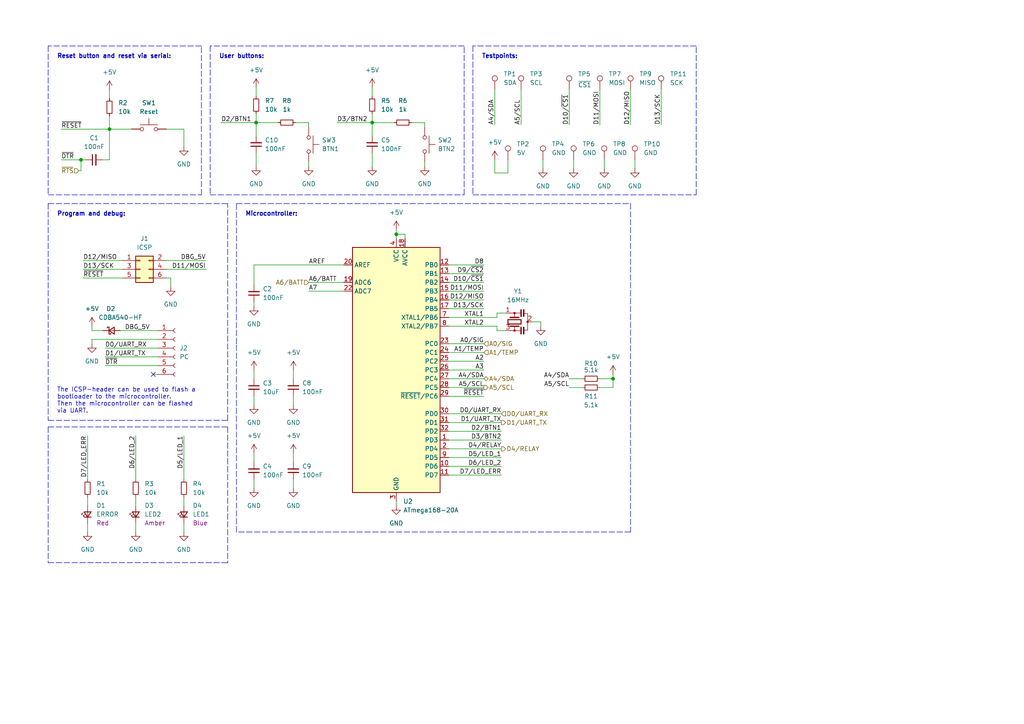
<source format=kicad_sch>
(kicad_sch (version 20231120) (generator "eeschema") (generator_version "8.0")
  (paper "A4")
  (title_block (title "LMM Retrofit") (date "2022-05-08") (rev "1") (company "Hans Wilhelm Zeuschner") (comment 1 "Zweitprüfer: Ewald Zimmermann B. Eng.") (comment 2 "Betreuer: Prof. Dr. Carsten Koch") (comment 3 "Hochschule Emden Leer") (comment 4 "Bacheloarbeit SoSe 2022"))
  (lib_symbols
    (symbol "Connector:Conn_01x06_Female" (pin_names (offset 1.016) hide)
      (property "Reference" "J" (at 0 7.62 0))
      (property "Value" "Conn_01x06_Female" (at 0 -10.16 0))
      (symbol "Conn_01x06_Female_1_1"
        (arc (start 0 -7.112) (mid -0.5058 -7.62) (end 0 -8.128) (stroke (width 0.1524)))
        (arc (start 0 -4.572) (mid -0.5058 -5.08) (end 0 -5.588) (stroke (width 0.1524)))
        (arc (start 0 -2.032) (mid -0.5058 -2.54) (end 0 -3.048) (stroke (width 0.1524)))
        (polyline (pts (xy -1.27 -7.62) (xy -0.508 -7.62)) (stroke (width 0.1524)))
        (polyline (pts (xy -1.27 -5.08) (xy -0.508 -5.08)) (stroke (width 0.1524)))
        (polyline (pts (xy -1.27 -2.54) (xy -0.508 -2.54)) (stroke (width 0.1524)))
        (polyline (pts (xy -1.27 0) (xy -0.508 0)) (stroke (width 0.1524)))
        (polyline (pts (xy -1.27 2.54) (xy -0.508 2.54)) (stroke (width 0.1524)))
        (polyline (pts (xy -1.27 5.08) (xy -0.508 5.08)) (stroke (width 0.1524)))
        (arc (start 0 0.508) (mid -0.5058 0) (end 0 -0.508) (stroke (width 0.1524)))
        (arc (start 0 3.048) (mid -0.5058 2.54) (end 0 2.032) (stroke (width 0.1524)))
        (arc (start 0 5.588) (mid -0.5058 5.08) (end 0 4.572) (stroke (width 0.1524)))
        (pin passive line (at -5.08 5.08 0) (length 3.81) (name "Pin_1") (number "1"))
        (pin passive line (at -5.08 2.54 0) (length 3.81) (name "Pin_2") (number "2"))
        (pin passive line (at -5.08 0 0) (length 3.81) (name "Pin_3") (number "3"))
        (pin passive line (at -5.08 -2.54 0) (length 3.81) (name "Pin_4") (number "4"))
        (pin passive line (at -5.08 -5.08 0) (length 3.81) (name "Pin_5") (number "5"))
        (pin passive line (at -5.08 -7.62 0) (length 3.81) (name "Pin_6") (number "6"))
      )
    )
    (symbol "Connector:TestPoint" (pin_numbers hide) (pin_names (offset 0.762) hide)
      (property "Reference" "TP" (at 0 6.858 0))
      (property "Value" "TestPoint" (at 0 5.08 0))
      (symbol "TestPoint_0_1"
        (circle (center 0 3.302) (radius 0.762))
      )
      (symbol "TestPoint_1_1"
        (pin passive line (at 0 0 90) (length 2.54) (name "1") (number "1"))
      )
    )
    (symbol "Connector_Generic:Conn_02x03_Odd_Even" (pin_names (offset 1.016) hide)
      (property "Reference" "J" (at 1.27 5.08 0))
      (property "Value" "Conn_02x03_Odd_Even" (at 1.27 -5.08 0))
      (symbol "Conn_02x03_Odd_Even_1_1"
        (rectangle (start -1.27 -2.413) (end 0 -2.667) (stroke (width 0.1524)))
        (rectangle (start -1.27 0.127) (end 0 -0.127) (stroke (width 0.1524)))
        (rectangle (start -1.27 2.667) (end 0 2.413) (stroke (width 0.1524)))
        (rectangle (start -1.27 3.81) (end 3.81 -3.81) (stroke (width 0.254)) (fill (type background)))
        (rectangle (start 3.81 -2.413) (end 2.54 -2.667) (stroke (width 0.1524)))
        (rectangle (start 3.81 0.127) (end 2.54 -0.127) (stroke (width 0.1524)))
        (rectangle (start 3.81 2.667) (end 2.54 2.413) (stroke (width 0.1524)))
        (pin passive line (at -5.08 2.54 0) (length 3.81) (name "Pin_1") (number "1"))
        (pin passive line (at 7.62 2.54 180) (length 3.81) (name "Pin_2") (number "2"))
        (pin passive line (at -5.08 0 0) (length 3.81) (name "Pin_3") (number "3"))
        (pin passive line (at 7.62 0 180) (length 3.81) (name "Pin_4") (number "4"))
        (pin passive line (at -5.08 -2.54 0) (length 3.81) (name "Pin_5") (number "5"))
        (pin passive line (at 7.62 -2.54 180) (length 3.81) (name "Pin_6") (number "6"))
      )
    )
    (symbol "Device:C_Small" (pin_numbers hide) (pin_names (offset 0.254) hide)
      (property "Reference" "C" (at 0.254 1.778 0))
      (property "Value" "C_Small" (at 0.254 -2.032 0))
      (symbol "C_Small_0_1"
        (polyline (pts (xy -1.524 -0.508) (xy 1.524 -0.508)) (stroke (width 0.3302)))
        (polyline (pts (xy -1.524 0.508) (xy 1.524 0.508)) (stroke (width 0.3048)))
      )
      (symbol "C_Small_1_1"
        (pin passive line (at 0 2.54 270) (length 2.032) (name "~") (number "1"))
        (pin passive line (at 0 -2.54 90) (length 2.032) (name "~") (number "2"))
      )
    )
    (symbol "Device:D_Schottky_Small" (pin_numbers hide) (pin_names (offset 0.254) hide)
      (property "Reference" "D" (at -1.27 2.032 0))
      (property "Value" "D_Schottky_Small" (at -7.112 -2.032 0))
      (symbol "D_Schottky_Small_0_1"
        (polyline (pts (xy -0.762 0) (xy 0.762 0)))
        (polyline (pts (xy 0.762 -1.016) (xy -0.762 0) (xy 0.762 1.016) (xy 0.762 -1.016)) (stroke (width 0.254)))
        (polyline (pts (xy -1.27 0.762) (xy -1.27 1.016) (xy -0.762 1.016) (xy -0.762 -1.016) (xy -0.254 -1.016) (xy -0.254 -0.762)) (stroke (width 0.254)))
      )
      (symbol "D_Schottky_Small_1_1"
        (pin passive line (at -2.54 0 0) (length 1.778) (name "K") (number "1"))
        (pin passive line (at 2.54 0 180) (length 1.778) (name "A") (number "2"))
      )
    )
    (symbol "Device:LED_Small" (pin_numbers hide) (pin_names (offset 0.254) hide)
      (property "Reference" "D" (at -1.27 3.175 0))
      (property "Value" "LED_Small" (at -4.445 -2.54 0))
      (symbol "LED_Small_0_1"
        (polyline (pts (xy -0.762 -1.016) (xy -0.762 1.016)) (stroke (width 0.254)))
        (polyline (pts (xy 1.016 0) (xy -0.762 0)))
        (polyline (pts (xy 0.762 -1.016) (xy -0.762 0) (xy 0.762 1.016) (xy 0.762 -1.016)) (stroke (width 0.254)))
        (polyline (pts (xy 0 0.762) (xy -0.508 1.27) (xy -0.254 1.27) (xy -0.508 1.27) (xy -0.508 1.016)))
        (polyline (pts (xy 0.508 1.27) (xy 0 1.778) (xy 0.254 1.778) (xy 0 1.778) (xy 0 1.524)))
      )
      (symbol "LED_Small_1_1"
        (pin passive line (at -2.54 0 0) (length 1.778) (name "K") (number "1"))
        (pin passive line (at 2.54 0 180) (length 1.778) (name "A") (number "2"))
      )
    )
    (symbol "Device:R_Small" (pin_numbers hide) (pin_names (offset 0.254) hide)
      (property "Reference" "R" (at 0.762 0.508 0))
      (property "Value" "R_Small" (at 0.762 -1.016 0))
      (symbol "R_Small_0_1"
        (rectangle (start -0.762 1.778) (end 0.762 -1.778) (stroke (width 0.2032)))
      )
      (symbol "R_Small_1_1"
        (pin passive line (at 0 2.54 270) (length 0.762) (name "~") (number "1"))
        (pin passive line (at 0 -2.54 90) (length 0.762) (name "~") (number "2"))
      )
    )
    (symbol "Device:Resonator_Small" (pin_names (offset 1.016) hide)
      (property "Reference" "Y" (at 3.175 1.905 0))
      (property "Value" "Resonator_Small" (at 3.175 0 0))
      (symbol "Resonator_Small_0_1"
        (rectangle (start -3.556 -2.54) (end -1.524 -2.794) (fill (type outline)))
        (rectangle (start -3.556 -1.778) (end -1.524 -2.032) (fill (type outline)))
        (circle (center -2.54 0) (radius 0.254) (fill (type outline)))
        (rectangle (start -0.635 1.905) (end 0.635 -1.905) (stroke (width 0.3048)))
        (circle (center 0 -3.81) (radius 0.254) (fill (type outline)))
        (polyline (pts (xy -2.54 -1.778) (xy -2.54 0)))
        (polyline (pts (xy -2.54 0) (xy -1.397 0)))
        (polyline (pts (xy -2.54 1.27) (xy -2.54 0)))
        (polyline (pts (xy -1.27 -1.27) (xy -1.27 1.27)) (stroke (width 0.381)))
        (polyline (pts (xy 1.27 -1.27) (xy 1.27 1.27)) (stroke (width 0.381)))
        (polyline (pts (xy 1.27 0) (xy 2.54 0)))
        (polyline (pts (xy 2.54 0) (xy 2.54 -1.778)))
        (polyline (pts (xy 2.54 1.27) (xy 2.54 0)))
        (polyline (pts (xy 2.413 -2.794) (xy 2.413 -3.81) (xy -2.413 -3.81) (xy -2.413 -2.667)))
        (rectangle (start 1.524 -2.54) (end 3.556 -2.794) (fill (type outline)))
        (rectangle (start 1.524 -1.778) (end 3.556 -2.032) (fill (type outline)))
        (circle (center 2.54 0) (radius 0.254) (fill (type outline)))
      )
      (symbol "Resonator_Small_1_1"
        (pin passive line (at -2.54 2.54 270) (length 1.27) (name "1") (number "1"))
        (pin passive line (at 0 -5.08 90) (length 1.27) (name "2") (number "2"))
        (pin passive line (at 2.54 2.54 270) (length 1.27) (name "3") (number "3"))
      )
    )
    (symbol "MCU_Microchip_ATmega:ATmega168-20A"
      (property "Reference" "U" (at -12.7 36.83 0))
      (property "Value" "ATmega168-20A" (at 2.54 -36.83 0))
      (symbol "ATmega168-20A_0_1"
        (rectangle (start -12.7 -35.56) (end 12.7 35.56) (stroke (width 0.254)) (fill (type background)))
      )
      (symbol "ATmega168-20A_1_1"
        (pin bidirectional line (at 15.24 -20.32 180) (length 2.54) (name "PD3") (number "1"))
        (pin bidirectional line (at 15.24 -27.94 180) (length 2.54) (name "PD6") (number "10"))
        (pin bidirectional line (at 15.24 -30.48 180) (length 2.54) (name "PD7") (number "11"))
        (pin bidirectional line (at 15.24 30.48 180) (length 2.54) (name "PB0") (number "12"))
        (pin bidirectional line (at 15.24 27.94 180) (length 2.54) (name "PB1") (number "13"))
        (pin bidirectional line (at 15.24 25.4 180) (length 2.54) (name "PB2") (number "14"))
        (pin bidirectional line (at 15.24 22.86 180) (length 2.54) (name "PB3") (number "15"))
        (pin bidirectional line (at 15.24 20.32 180) (length 2.54) (name "PB4") (number "16"))
        (pin bidirectional line (at 15.24 17.78 180) (length 2.54) (name "PB5") (number "17"))
        (pin power_in line (at 2.54 38.1 270) (length 2.54) (name "AVCC") (number "18"))
        (pin input line (at -15.24 25.4 0) (length 2.54) (name "ADC6") (number "19"))
        (pin bidirectional line (at 15.24 -22.86 180) (length 2.54) (name "PD4") (number "2"))
        (pin passive line (at -15.24 30.48 0) (length 2.54) (name "AREF") (number "20"))
        (pin passive line (at 0 -38.1 90) (length 2.54) hide (name "GND") (number "21"))
        (pin input line (at -15.24 22.86 0) (length 2.54) (name "ADC7") (number "22"))
        (pin bidirectional line (at 15.24 7.62 180) (length 2.54) (name "PC0") (number "23"))
        (pin bidirectional line (at 15.24 5.08 180) (length 2.54) (name "PC1") (number "24"))
        (pin bidirectional line (at 15.24 2.54 180) (length 2.54) (name "PC2") (number "25"))
        (pin bidirectional line (at 15.24 0 180) (length 2.54) (name "PC3") (number "26"))
        (pin bidirectional line (at 15.24 -2.54 180) (length 2.54) (name "PC4") (number "27"))
        (pin bidirectional line (at 15.24 -5.08 180) (length 2.54) (name "PC5") (number "28"))
        (pin bidirectional line (at 15.24 -7.62 180) (length 2.54) (name "~{RESET}/PC6") (number "29"))
        (pin power_in line (at 0 -38.1 90) (length 2.54) (name "GND") (number "3"))
        (pin bidirectional line (at 15.24 -12.7 180) (length 2.54) (name "PD0") (number "30"))
        (pin bidirectional line (at 15.24 -15.24 180) (length 2.54) (name "PD1") (number "31"))
        (pin bidirectional line (at 15.24 -17.78 180) (length 2.54) (name "PD2") (number "32"))
        (pin power_in line (at 0 38.1 270) (length 2.54) (name "VCC") (number "4"))
        (pin passive line (at 0 -38.1 90) (length 2.54) hide (name "GND") (number "5"))
        (pin passive line (at 0 38.1 270) (length 2.54) hide (name "VCC") (number "6"))
        (pin bidirectional line (at 15.24 15.24 180) (length 2.54) (name "XTAL1/PB6") (number "7"))
        (pin bidirectional line (at 15.24 12.7 180) (length 2.54) (name "XTAL2/PB7") (number "8"))
        (pin bidirectional line (at 15.24 -25.4 180) (length 2.54) (name "PD5") (number "9"))
      )
    )
    (symbol "Switch:SW_Push" (pin_numbers hide) (pin_names (offset 1.016) hide)
      (property "Reference" "SW" (at 1.27 2.54 0))
      (property "Value" "SW_Push" (at 0 -1.524 0))
      (symbol "SW_Push_0_1"
        (circle (center -2.032 0) (radius 0.508))
        (polyline (pts (xy 0 1.27) (xy 0 3.048)))
        (polyline (pts (xy 2.54 1.27) (xy -2.54 1.27)))
        (circle (center 2.032 0) (radius 0.508))
        (pin passive line (at -5.08 0 0) (length 2.54) (name "1") (number "1"))
        (pin passive line (at 5.08 0 180) (length 2.54) (name "2") (number "2"))
      )
    )
    (symbol "lmm_retrofit:CKN12216-1-ND" (pin_numbers hide) (pin_names (offset 1.016) hide)
      (property "Reference" "SW" (at 1.27 2.54 0))
      (property "Value" "CKN12216-1-ND" (at 0 -1.524 0))
      (symbol "CKN12216-1-ND_0_0"
        (pin passive line (at 5.08 0 180) (length 2.54) (name "3") (number "3"))
        (pin passive line (at 5.08 0 180) (length 2.54) (name "4") (number "4"))
      )
      (symbol "CKN12216-1-ND_0_1"
        (circle (center -2.032 0) (radius 0.508))
        (polyline (pts (xy 0 1.27) (xy 0 3.048)))
        (polyline (pts (xy 2.54 1.27) (xy -2.54 1.27)))
        (circle (center 2.032 0) (radius 0.508))
        (pin passive line (at -5.08 0 0) (length 2.54) (name "1") (number "1"))
        (pin passive line (at -5.08 0 0) (length 2.54) (name "2") (number "2"))
      )
    )
    (symbol "power:+5V" (power) (pin_names (offset 0))
      (property "Value" "+5V" (at 0 3.556 0))
      (symbol "+5V_0_1"
        (polyline (pts (xy -0.762 1.27) (xy 0 2.54)))
        (polyline (pts (xy 0 0) (xy 0 2.54)))
        (polyline (pts (xy 0 2.54) (xy 0.762 1.27)))
      )
      (symbol "+5V_1_1"
        (pin power_in line (at 0 0 90) (length 0) hide (name "+5V") (number "1"))
      )
    )
    (symbol "power:GND" (power) (pin_names (offset 0))
      (property "Value" "GND" (at 0 -3.81 0))
      (symbol "GND_0_1"
        (polyline (pts (xy 0 0) (xy 0 -1.27) (xy 1.27 -1.27) (xy 0 -2.54) (xy -1.27 -1.27) (xy 0 -1.27)))
      )
      (symbol "GND_1_1"
        (pin power_in line (at 0 0 270) (length 0) hide (name "GND") (number "1"))
      )
    )
  )
  (junction (at 74.295 35.56))
  (junction (at 31.75 37.465))
  (junction (at 114.935 67.945))
  (junction (at 23.495 46.355))
  (junction (at 107.95 35.56))
  (junction (at 177.8 109.855))
  (no_connect (at 44.45 108.585))
  (wire (pts (xy 173.99 112.395) (xy 177.8 112.395)))
  (wire (pts (xy 143.51 46.355) (xy 143.51 50.165)))
  (wire (pts (xy 31.75 37.465) (xy 38.1 37.465)))
  (wire (pts (xy 26.67 99.695) (xy 26.67 98.425)))
  (wire (pts (xy 147.32 50.165) (xy 143.51 50.165)))
  (wire (pts (xy 89.535 46.99) (xy 89.535 48.26)))
  (wire (pts (xy 30.48 100.965) (xy 45.72 100.965)))
  (wire (pts (xy 130.175 76.835) (xy 140.335 76.835)))
  (wire (pts (xy 74.295 35.56) (xy 80.645 35.56)))
  (wire (pts (xy 144.145 95.885) (xy 146.685 95.885)))
  (polyline (pts (xy 68.58 59.055) (xy 182.88 59.055)) (stroke (width 0) (type dash)))
  (polyline (pts (xy 58.42 13.335) (xy 13.97 13.335)) (stroke (width 0) (type dash)))
  (wire (pts (xy 26.67 98.425) (xy 45.72 98.425)))
  (wire (pts (xy 53.34 37.465) (xy 53.34 42.545)))
  (polyline (pts (xy 137.16 56.515) (xy 201.93 56.515)) (stroke (width 0) (type dash)))
  (wire (pts (xy 30.48 103.505) (xy 45.72 103.505)))
  (polyline (pts (xy 201.93 56.515) (xy 201.93 13.335)) (stroke (width 0) (type dash)))
  (wire (pts (xy 74.295 25.4) (xy 74.295 27.94)))
  (wire (pts (xy 130.175 125.095) (xy 145.415 125.095)))
  (wire (pts (xy 114.935 66.675) (xy 114.935 67.945)))
  (wire (pts (xy 53.34 126.365) (xy 53.34 139.065)))
  (wire (pts (xy 39.37 126.365) (xy 39.37 139.065)))
  (wire (pts (xy 130.175 92.075) (xy 144.145 92.075)))
  (wire (pts (xy 123.19 35.56) (xy 123.19 36.83)))
  (wire (pts (xy 48.26 80.645) (xy 49.53 80.645)))
  (wire (pts (xy 17.78 37.465) (xy 31.75 37.465)))
  (wire (pts (xy 97.79 35.56) (xy 107.95 35.56)))
  (wire (pts (xy 29.845 46.355) (xy 31.75 46.355)))
  (polyline (pts (xy 66.04 123.825) (xy 66.04 163.195)) (stroke (width 0) (type dash)))
  (polyline (pts (xy 201.93 13.335) (xy 137.16 13.335)) (stroke (width 0) (type dash)))
  (wire (pts (xy 165.1 112.395) (xy 168.91 112.395)))
  (wire (pts (xy 130.175 130.175) (xy 145.415 130.175)))
  (wire (pts (xy 165.1 26.035) (xy 165.1 36.195)))
  (wire (pts (xy 73.66 131.445) (xy 73.66 133.985)))
  (wire (pts (xy 44.45 108.585) (xy 45.72 108.585)))
  (wire (pts (xy 130.175 99.695) (xy 140.335 99.695)))
  (polyline (pts (xy 13.97 59.055) (xy 13.97 121.92)) (stroke (width 0) (type dash)))
  (polyline (pts (xy 134.62 13.335) (xy 60.96 13.335)) (stroke (width 0) (type dash)))
  (wire (pts (xy 130.175 107.315) (xy 140.335 107.315)))
  (wire (pts (xy 26.67 95.885) (xy 29.845 95.885)))
  (wire (pts (xy 85.09 114.935) (xy 85.09 117.475)))
  (wire (pts (xy 85.725 35.56) (xy 89.535 35.56)))
  (wire (pts (xy 53.34 151.765) (xy 53.34 154.305)))
  (wire (pts (xy 184.15 46.355) (xy 184.15 48.895)))
  (wire (pts (xy 73.66 107.315) (xy 73.66 109.855)))
  (wire (pts (xy 144.145 95.885) (xy 144.145 94.615)))
  (wire (pts (xy 73.66 87.63) (xy 73.66 88.9)))
  (wire (pts (xy 85.09 139.065) (xy 85.09 141.605)))
  (wire (pts (xy 73.66 139.065) (xy 73.66 141.605)))
  (wire (pts (xy 114.935 67.945) (xy 114.935 69.215)))
  (polyline (pts (xy 60.96 13.335) (xy 60.96 56.515)) (stroke (width 0) (type dash)))
  (wire (pts (xy 17.78 46.355) (xy 23.495 46.355)))
  (wire (pts (xy 144.145 90.805) (xy 146.685 90.805)))
  (wire (pts (xy 147.32 46.355) (xy 147.32 50.165)))
  (wire (pts (xy 130.175 89.535) (xy 140.335 89.535)))
  (polyline (pts (xy 68.58 99.695) (xy 68.58 59.055)) (stroke (width 0) (type dash)))
  (wire (pts (xy 114.935 145.415) (xy 114.935 146.685)))
  (wire (pts (xy 130.175 104.775) (xy 140.335 104.775)))
  (polyline (pts (xy 13.97 121.92) (xy 66.04 121.92)) (stroke (width 0) (type dash)))
  (polyline (pts (xy 13.97 59.055) (xy 66.04 59.055)) (stroke (width 0) (type dash)))
  (wire (pts (xy 107.95 35.56) (xy 114.3 35.56)))
  (wire (pts (xy 165.1 109.855) (xy 168.91 109.855)))
  (polyline (pts (xy 68.58 154.305) (xy 68.58 99.695)) (stroke (width 0) (type dash)))
  (wire (pts (xy 166.37 46.355) (xy 166.37 48.895)))
  (wire (pts (xy 130.175 94.615) (xy 144.145 94.615)))
  (wire (pts (xy 157.48 46.355) (xy 157.48 48.895)))
  (polyline (pts (xy 13.97 123.825) (xy 13.97 163.195)) (stroke (width 0) (type dash)))
  (wire (pts (xy 191.77 26.035) (xy 191.77 36.195)))
  (wire (pts (xy 99.695 81.915) (xy 89.535 81.915)))
  (wire (pts (xy 156.845 93.345) (xy 156.845 94.615)))
  (wire (pts (xy 151.13 26.035) (xy 151.13 36.195)))
  (wire (pts (xy 25.4 151.765) (xy 25.4 154.305)))
  (wire (pts (xy 74.295 35.56) (xy 74.295 39.37)))
  (wire (pts (xy 130.175 127.635) (xy 145.415 127.635)))
  (polyline (pts (xy 13.97 123.825) (xy 66.04 123.825)) (stroke (width 0) (type dash)))
  (wire (pts (xy 107.95 44.45) (xy 107.95 48.26)))
  (wire (pts (xy 39.37 151.765) (xy 39.37 154.305)))
  (wire (pts (xy 154.305 93.345) (xy 156.845 93.345)))
  (wire (pts (xy 130.175 137.795) (xy 145.415 137.795)))
  (wire (pts (xy 114.935 67.945) (xy 117.475 67.945)))
  (wire (pts (xy 177.8 108.585) (xy 177.8 109.855)))
  (wire (pts (xy 48.26 75.565) (xy 59.69 75.565)))
  (wire (pts (xy 85.09 131.445) (xy 85.09 133.985)))
  (wire (pts (xy 130.175 135.255) (xy 145.415 135.255)))
  (polyline (pts (xy 13.97 163.195) (xy 66.04 163.195)) (stroke (width 0) (type dash)))
  (wire (pts (xy 24.13 75.565) (xy 35.56 75.565)))
  (wire (pts (xy 26.67 94.615) (xy 26.67 95.885)))
  (wire (pts (xy 182.88 26.035) (xy 182.88 36.195)))
  (wire (pts (xy 85.09 107.315) (xy 85.09 109.855)))
  (wire (pts (xy 25.4 126.365) (xy 25.4 139.065)))
  (wire (pts (xy 31.75 26.035) (xy 31.75 28.575)))
  (wire (pts (xy 48.26 37.465) (xy 53.34 37.465)))
  (wire (pts (xy 130.175 86.995) (xy 140.335 86.995)))
  (wire (pts (xy 74.295 33.02) (xy 74.295 35.56)))
  (wire (pts (xy 73.66 76.835) (xy 99.695 76.835)))
  (wire (pts (xy 22.86 49.53) (xy 23.495 49.53)))
  (wire (pts (xy 23.495 49.53) (xy 23.495 46.355)))
  (polyline (pts (xy 66.04 121.92) (xy 66.04 59.055)) (stroke (width 0) (type dash)))
  (polyline (pts (xy 68.58 99.695) (xy 68.58 99.695)) (stroke (width 0) (type dash)))
  (wire (pts (xy 107.95 25.4) (xy 107.95 27.94)))
  (wire (pts (xy 34.925 95.885) (xy 45.72 95.885)))
  (wire (pts (xy 130.175 81.915) (xy 140.335 81.915)))
  (wire (pts (xy 107.95 35.56) (xy 107.95 39.37)))
  (wire (pts (xy 117.475 69.215) (xy 117.475 67.945)))
  (wire (pts (xy 130.175 102.235) (xy 140.335 102.235)))
  (polyline (pts (xy 137.16 13.335) (xy 137.16 56.515)) (stroke (width 0) (type dash)))
  (wire (pts (xy 119.38 35.56) (xy 123.19 35.56)))
  (wire (pts (xy 53.34 144.145) (xy 53.34 146.685)))
  (wire (pts (xy 24.13 80.645) (xy 35.56 80.645)))
  (wire (pts (xy 23.495 46.355) (xy 24.765 46.355)))
  (polyline (pts (xy 13.97 13.335) (xy 13.97 56.515)) (stroke (width 0) (type dash)))
  (wire (pts (xy 99.695 84.455) (xy 89.535 84.455)))
  (wire (pts (xy 130.175 109.855) (xy 140.335 109.855)))
  (polyline (pts (xy 134.62 56.515) (xy 134.62 13.335)) (stroke (width 0) (type dash)))
  (wire (pts (xy 130.175 112.395) (xy 140.335 112.395)))
  (wire (pts (xy 175.26 46.355) (xy 175.26 48.895)))
  (polyline (pts (xy 60.96 56.515) (xy 134.62 56.515)) (stroke (width 0) (type dash)))
  (wire (pts (xy 73.66 76.835) (xy 73.66 82.55)))
  (wire (pts (xy 89.535 35.56) (xy 89.535 36.83)))
  (polyline (pts (xy 182.88 59.055) (xy 182.88 154.305)) (stroke (width 0) (type dash)))
  (wire (pts (xy 31.75 46.355) (xy 31.75 37.465)))
  (wire (pts (xy 64.135 35.56) (xy 74.295 35.56)))
  (wire (pts (xy 143.51 26.035) (xy 143.51 36.195)))
  (wire (pts (xy 48.26 78.105) (xy 59.69 78.105)))
  (wire (pts (xy 24.13 78.105) (xy 35.56 78.105)))
  (wire (pts (xy 177.8 112.395) (xy 177.8 109.855)))
  (polyline (pts (xy 182.88 154.305) (xy 68.58 154.305)) (stroke (width 0) (type dash)))
  (polyline (pts (xy 13.97 56.515) (xy 58.42 56.515)) (stroke (width 0) (type dash)))
  (wire (pts (xy 74.295 44.45) (xy 74.295 48.26)))
  (wire (pts (xy 130.175 132.715) (xy 145.415 132.715)))
  (wire (pts (xy 107.95 33.02) (xy 107.95 35.56)))
  (wire (pts (xy 130.175 114.935) (xy 140.335 114.935)))
  (polyline (pts (xy 58.42 56.515) (xy 58.42 13.335)) (stroke (width 0) (type dash)))
  (wire (pts (xy 49.53 80.645) (xy 49.53 83.185)))
  (wire (pts (xy 39.37 144.145) (xy 39.37 146.685)))
  (wire (pts (xy 173.99 26.035) (xy 173.99 36.195)))
  (wire (pts (xy 30.48 106.045) (xy 45.72 106.045)))
  (wire (pts (xy 130.175 79.375) (xy 140.335 79.375)))
  (wire (pts (xy 25.4 144.145) (xy 25.4 146.685)))
  (wire (pts (xy 130.175 84.455) (xy 140.335 84.455)))
  (wire (pts (xy 73.66 114.935) (xy 73.66 117.475)))
  (wire (pts (xy 123.19 46.99) (xy 123.19 48.26)))
  (wire (pts (xy 130.175 120.015) (xy 145.415 120.015)))
  (wire (pts (xy 177.8 109.855) (xy 173.99 109.855)))
  (wire (pts (xy 130.175 122.555) (xy 145.415 122.555)))
  (wire (pts (xy 144.145 90.805) (xy 144.145 92.075)))
  (wire (pts (xy 31.75 33.655) (xy 31.75 37.465)))
  (text "Reset button and reset via serial:" (at 16.51 17.145 0) (effects (font (size 1.27 1.27) (thickness 0.254) (bold yes)) (justify left bottom)))
  (text "User buttons:" (at 63.5 17.145 0) (effects (font (size 1.27 1.27) (thickness 0.254) (bold yes)) (justify left bottom)))
  (text "Program and debug:" (at 16.51 62.865 0) (effects (font (size 1.27 1.27) (thickness 0.254) (bold yes)) (justify left bottom)))
  (text "Testpoints:" (at 139.7 17.145 0) (effects (font (size 1.27 1.27) (thickness 0.254) (bold yes)) (justify left bottom)))
  (text "The ICSP-header can be used to flash a\nbootloader to the microcontroller.\nThen the microcontroller can be flashed\nvia UART." (at 16.51 120.015 0) (effects (font (size 1.27 1.27)) (justify left bottom)))
  (text "Microcontroller:" (at 71.12 62.865 0) (effects (font (size 1.27 1.27) (thickness 0.254) (bold yes)) (justify left bottom)))
  (label "XTAL2" (at 140.335 94.615 180))
  (label "D11{slash}MOSI" (at 173.99 36.195 90))
  (label "D5{slash}LED_1" (at 53.34 126.365 270))
  (label "D10{slash}~{CS1}" (at 165.1 36.195 90))
  (label "D7{slash}LED_ERR" (at 25.4 126.365 270))
  (label "A6{slash}BATT" (at 89.535 81.915 0))
  (label "D6{slash}LED_2" (at 145.415 135.255 180))
  (label "A0{slash}SIG" (at 140.335 99.695 180))
  (label "XTAL1" (at 140.335 92.075 180))
  (label "D13{slash}SCK" (at 24.13 78.105 0))
  (label "A4{slash}SDA" (at 143.51 36.195 90))
  (label "A1{slash}TEMP" (at 140.335 102.235 180))
  (label "~{DTR}" (at 30.48 106.045 0))
  (label "~{DTR}" (at 17.78 46.355 0))
  (label "A5{slash}SCL" (at 165.1 112.395 180))
  (label "D12{slash}MISO" (at 24.13 75.565 0))
  (label "D6{slash}LED_2" (at 39.37 126.365 270))
  (label "D0{slash}UART_RX" (at 145.415 120.015 180))
  (label "D13{slash}SCK" (at 140.335 89.535 180))
  (label "D11{slash}MOSI" (at 59.69 78.105 180))
  (label "D3{slash}BTN2" (at 145.415 127.635 180))
  (label "D3{slash}BTN2" (at 97.79 35.56 0))
  (label "AREF" (at 89.535 76.835 0))
  (label "A2" (at 140.335 104.775 180))
  (label "A5{slash}SCL" (at 140.335 112.395 180))
  (label "A3" (at 140.335 107.315 180))
  (label "D9{slash}~{CS2}" (at 140.335 79.375 180))
  (label "D1{slash}UART_TX" (at 30.48 103.505 0))
  (label "D10{slash}~{CS1}" (at 140.335 81.915 180))
  (label "D5{slash}LED_1" (at 145.415 132.715 180))
  (label "D12{slash}MISO" (at 182.88 36.195 90))
  (label "A4{slash}SDA" (at 140.335 109.855 180))
  (label "D0{slash}UART_RX" (at 30.48 100.965 0))
  (label "DBG_5V" (at 36.195 95.885 0))
  (label "D12{slash}MISO" (at 140.335 86.995 180))
  (label "~{RESET}" (at 17.78 37.465 0))
  (label "D4{slash}RELAY" (at 145.415 130.175 180))
  (label "D2{slash}BTN1" (at 64.135 35.56 0))
  (label "A4{slash}SDA" (at 165.1 109.855 180))
  (label "D1{slash}UART_TX" (at 145.415 122.555 180))
  (label "D7{slash}LED_ERR" (at 145.415 137.795 180))
  (label "A5{slash}SCL" (at 151.13 36.195 90))
  (label "D13{slash}SCK" (at 191.77 36.195 90))
  (label "D11{slash}MOSI" (at 140.335 84.455 180))
  (label "D8" (at 140.335 76.835 180))
  (label "A7" (at 89.535 84.455 0))
  (label "~{RESET}" (at 24.13 80.645 0))
  (label "~{RESET}" (at 140.335 114.935 180))
  (label "DBG_5V" (at 59.69 75.565 180))
  (label "D2{slash}BTN1" (at 145.415 125.095 180))
  (hierarchical_label "~{RTS}" (shape input) (at 22.86 49.53 180))
  (hierarchical_label "A6{slash}BATT" (shape input) (at 89.535 81.915 180))
  (hierarchical_label "A0{slash}SIG" (shape input) (at 140.335 99.695 0))
  (hierarchical_label "D0{slash}UART_RX" (shape input) (at 145.415 120.015 0))
  (hierarchical_label "D1{slash}UART_TX" (shape output) (at 145.415 122.555 0))
  (hierarchical_label "A1{slash}TEMP" (shape input) (at 140.335 102.235 0))
  (hierarchical_label "A4{slash}SDA" (shape bidirectional) (at 140.335 109.855 0))
  (hierarchical_label "A5{slash}SCL" (shape output) (at 140.335 112.395 0))
  (hierarchical_label "D4{slash}RELAY" (shape output) (at 145.415 130.175 0))
  (symbol (lib_id "Connector_Generic:Conn_02x03_Odd_Even") (at 40.64 78.105 0) (unit 1)
    (property "Reference" "J1" (at 41.91 69.215 0))
    (property "Value" "ICSP" (at 41.91 71.755 0))
    (property "Footprint" "Connector_PinHeader_2.54mm:PinHeader_2x03_P2.54mm_Horizontal" (effects (hide yes)))
    (property "Datasheet" "https://app.adam-tech.com/products/download/data_sheet/200508/ph2ra-xx-ua-data-sheet.pdf" (effects (hide yes)))
    (property "Digi-Key Part Number" "2057-PH2RA-06-UA-ND" (effects (hide yes)))
    (property "MPN" "PH2RA-06-UA" (effects (hide yes)))
  )
  (symbol (lib_id "Device:C_Small") (at 27.305 46.355 90) (unit 1)
    (property "Reference" "C1" (at 27.3113 40.005 90))
    (property "Value" "100nF" (at 27.3113 42.545 90))
    (property "Footprint" "Capacitor_SMD:C_0805_2012Metric" (effects (hide yes)))
    (property "Datasheet" "https://www.yuden.co.jp/productdata/catalog/mlcc_all_hq_e.pdf" (effects (hide yes)))
    (property "Digi-Key Part Number" "587-3508-1-ND" (effects (hide yes)))
    (property "MPN" "UMK212B7104KGHT" (effects (hide yes)))
  )
  (symbol (lib_id "Device:R_Small") (at 116.84 35.56 90) (unit 1)
    (property "Reference" "R6" (at 116.84 29.21 90))
    (property "Value" "1k" (at 116.84 31.75 90))
    (property "Footprint" "Resistor_SMD:R_0805_2012Metric" (effects (hide yes)))
    (property "Datasheet" "https://www.te.com/commerce/DocumentDelivery/DDEController?Action=srchrtrv&DocNm=1773204-3&DocType=DS&DocLang=English" (effects (hide yes)))
    (property "Digi-Key Part Number" "A129749CT-ND" (effects (hide yes)))
    (property "MPN" "CRGCQ0805F1K0" (effects (hide yes)))
  )
  (symbol (lib_id "Connector:TestPoint") (at 182.88 26.035 0) (unit 1)
    (property "Reference" "TP9" (at 185.42 21.4629 0) (effects (justify left)))
    (property "Value" "MISO" (at 185.42 24.0029 0) (effects (justify left)))
    (property "Footprint" "lmm_footprints:TestPoint_Pad_D1.0mm_Text_Silkscreen" (effects (hide yes)))
    (property "DNF" "Do not fit" (effects (hide yes)))
  )
  (symbol (lib_id "power:+5V") (at 31.75 26.035 0) (unit 1)
    (property "Reference" "#PWR0120" (effects (hide yes)))
    (property "Value" "+5V" (at 31.75 20.955 0))
  )
  (symbol (lib_id "power:+5V") (at 114.935 66.675 0) (unit 1)
    (property "Reference" "#PWR0124" (effects (hide yes)))
    (property "Value" "+5V" (at 114.935 61.595 0))
  )
  (symbol (lib_id "power:+5V") (at 26.67 94.615 0) (unit 1)
    (property "Reference" "#PWR0110" (effects (hide yes)))
    (property "Value" "+5V" (at 26.67 89.535 0))
  )
  (symbol (lib_id "power:GND") (at 114.935 146.685 0) (unit 1)
    (property "Reference" "#PWR0127" (effects (hide yes)))
    (property "Value" "GND" (at 114.935 151.765 0))
  )
  (symbol (lib_id "Device:R_Small") (at 39.37 141.605 0) (unit 1)
    (property "Reference" "R3" (at 41.91 140.3349 0) (effects (justify left)))
    (property "Value" "10k" (at 41.91 142.8749 0) (effects (justify left)))
    (property "Footprint" "Resistor_SMD:R_0805_2012Metric" (effects (hide yes)))
    (property "Datasheet" "https://www.te.com/commerce/DocumentDelivery/DDEController?Action=srchrtrv&DocNm=1773204-3&DocType=DS&DocLang=English" (effects (hide yes)))
    (property "Digi-Key Part Number" "A130140CT-ND" (effects (hide yes)))
    (property "MPN" "CRGCQ0805J10K" (effects (hide yes)))
  )
  (symbol (lib_id "power:GND") (at 49.53 83.185 0) (unit 1)
    (property "Reference" "#PWR0109" (effects (hide yes)))
    (property "Value" "GND" (at 49.53 88.265 0))
  )
  (symbol (lib_id "Device:R_Small") (at 53.34 141.605 0) (unit 1)
    (property "Reference" "R4" (at 55.88 140.3349 0) (effects (justify left)))
    (property "Value" "10k" (at 55.88 142.8749 0) (effects (justify left)))
    (property "Footprint" "Resistor_SMD:R_0805_2012Metric" (effects (hide yes)))
    (property "Datasheet" "https://www.te.com/commerce/DocumentDelivery/DDEController?Action=srchrtrv&DocNm=1773204-3&DocType=DS&DocLang=English" (effects (hide yes)))
    (property "Digi-Key Part Number" "A130140CT-ND" (effects (hide yes)))
    (property "MPN" "CRGCQ0805J10K" (effects (hide yes)))
  )
  (symbol (lib_id "Device:R_Small") (at 25.4 141.605 0) (unit 1)
    (property "Reference" "R1" (at 27.94 140.3349 0) (effects (justify left)))
    (property "Value" "10k" (at 27.94 142.8749 0) (effects (justify left)))
    (property "Footprint" "Resistor_SMD:R_0805_2012Metric" (effects (hide yes)))
    (property "Datasheet" "https://www.te.com/commerce/DocumentDelivery/DDEController?Action=srchrtrv&DocNm=1773204-3&DocType=DS&DocLang=English" (effects (hide yes)))
    (property "Digi-Key Part Number" "A130140CT-ND" (effects (hide yes)))
    (property "MPN" "CRGCQ0805J10K" (effects (hide yes)))
  )
  (symbol (lib_id "power:GND") (at 25.4 154.305 0) (unit 1)
    (property "Reference" "#PWR0118" (effects (hide yes)))
    (property "Value" "GND" (at 25.4 159.385 0))
  )
  (symbol (lib_id "Connector:TestPoint") (at 157.48 46.355 0) (unit 1)
    (property "Reference" "TP4" (at 160.02 41.7829 0) (effects (justify left)))
    (property "Value" "GND" (at 160.02 44.3229 0) (effects (justify left)))
    (property "Footprint" "lmm_footprints:TestPoint_Pad_D1.0mm_Text_Silkscreen" (effects (hide yes)))
    (property "DNF" "Do not fit" (effects (hide yes)))
  )
  (symbol (lib_id "power:GND") (at 73.66 88.9 0) (mirror y) (unit 1)
    (property "Reference" "#PWR0128" (effects (hide yes)))
    (property "Value" "GND" (at 73.66 93.98 0))
  )
  (symbol (lib_id "Connector:TestPoint") (at 184.15 46.355 0) (unit 1)
    (property "Reference" "TP10" (at 186.69 41.7829 0) (effects (justify left)))
    (property "Value" "GND" (at 186.69 44.3229 0) (effects (justify left)))
    (property "Footprint" "lmm_footprints:TestPoint_Pad_D1.0mm_Text_Silkscreen" (effects (hide yes)))
    (property "DNF" "Do not fit" (effects (hide yes)))
  )
  (symbol (lib_id "Device:Resonator_Small") (at 149.225 93.345 90) (mirror x) (unit 1)
    (property "Reference" "Y1" (at 150.2283 84.455 90))
    (property "Value" "16MHz" (at 150.2283 86.995 90))
    (property "Footprint" "Crystal:Resonator_SMD_Murata_CSTxExxV-3Pin_3.0x1.1mm" (effects (hide yes)))
    (property "Datasheet" "https://www.murata.com/en/products/productdata/8801162231838/SPEC-CSTNE16M0V530000R0.pdf" (effects (hide yes)))
    (property "Digi-Key Part Number" "490-17948-1-ND" (effects (hide yes)))
    (property "MPN" "CSTNE16M0V530000R0" (effects (hide yes)))
  )
  (symbol (lib_id "power:GND") (at 39.37 154.305 0) (unit 1)
    (property "Reference" "#PWR0119" (effects (hide yes)))
    (property "Value" "GND" (at 39.37 159.385 0))
  )
  (symbol (lib_id "power:GND") (at 26.67 99.695 0) (unit 1)
    (property "Reference" "#PWR0116" (effects (hide yes)))
    (property "Value" "GND" (at 26.67 104.775 0))
  )
  (symbol (lib_id "power:GND") (at 89.535 48.26 0) (unit 1)
    (property "Reference" "#PWR0134" (effects (hide yes)))
    (property "Value" "GND" (at 89.535 53.34 0))
  )
  (symbol (lib_id "power:+5V") (at 73.66 107.315 0) (unit 1)
    (property "Reference" "#PWR0123" (effects (hide yes)))
    (property "Value" "+5V" (at 73.66 102.235 0))
  )
  (symbol (lib_id "Connector:TestPoint") (at 166.37 46.355 0) (unit 1)
    (property "Reference" "TP6" (at 168.91 41.7829 0) (effects (justify left)))
    (property "Value" "GND" (at 168.91 44.3229 0) (effects (justify left)))
    (property "Footprint" "lmm_footprints:TestPoint_Pad_D1.0mm_Text_Silkscreen" (effects (hide yes)))
    (property "DNF" "Do not fit" (effects (hide yes)))
  )
  (symbol (lib_id "Device:R_Small") (at 171.45 112.395 90) (unit 1)
    (property "Reference" "R11" (at 171.45 114.935 90))
    (property "Value" "5.1k" (at 171.45 117.475 90))
    (property "Footprint" "Resistor_SMD:R_0805_2012Metric" (effects (hide yes)))
    (property "Datasheet" "https://www.te.com/commerce/DocumentDelivery/DDEController?Action=srchrtrv&DocNm=1773204&DocType=DS&DocLang=English" (effects (hide yes)))
    (property "Digi-Key Part Number" "A126379CT-ND" (effects (hide yes)))
    (property "MPN" "CRG0805F5K1" (effects (hide yes)))
  )
  (symbol (lib_id "Device:C_Small") (at 74.295 41.91 180) (unit 1)
    (property "Reference" "C10" (at 76.835 40.6335 0) (effects (justify right)))
    (property "Value" "100nF" (at 76.835 43.1735 0) (effects (justify right)))
    (property "Footprint" "Capacitor_SMD:C_0805_2012Metric" (effects (hide yes)))
    (property "Datasheet" "https://www.yuden.co.jp/productdata/catalog/mlcc_all_hq_e.pdf" (effects (hide yes)))
    (property "Digi-Key Part Number" "587-3508-1-ND" (effects (hide yes)))
    (property "MPN" "UMK212B7104KGHT" (effects (hide yes)))
  )
  (symbol (lib_id "Device:C_Small") (at 73.66 136.525 180) (unit 1)
    (property "Reference" "C4" (at 76.2 135.2485 0) (effects (justify right)))
    (property "Value" "100nF" (at 76.2 137.7885 0) (effects (justify right)))
    (property "Footprint" "Capacitor_SMD:C_0805_2012Metric" (effects (hide yes)))
    (property "Datasheet" "https://www.yuden.co.jp/productdata/catalog/mlcc_all_hq_e.pdf" (effects (hide yes)))
    (property "Digi-Key Part Number" "587-3508-1-ND" (effects (hide yes)))
    (property "MPN" "UMK212B7104KGHT" (effects (hide yes)))
  )
  (symbol (lib_id "Switch:SW_Push") (at 89.535 41.91 270) (unit 1)
    (property "Reference" "SW3" (at 93.345 40.6399 90) (effects (justify left)))
    (property "Value" "BTN1" (at 93.345 43.1799 90) (effects (justify left)))
    (property "Footprint" "Button_Switch_THT:SW_PUSH_6mm_H9.5mm" (effects (hide yes)))
    (property "Datasheet" "https://www.cuidevices.com/product/resource/ts03.pdf" (effects (hide yes)))
    (property "Digi-Key Part Number" "2223-TS03-66-95-BK-260-LCR-D-67-ND" (effects (hide yes)))
    (property "MPN" "TS03-66-95-BK-260-LCR-D-67" (effects (hide yes)))
  )
  (symbol (lib_id "power:GND") (at 85.09 117.475 0) (mirror y) (unit 1)
    (property "Reference" "#PWR0114" (effects (hide yes)))
    (property "Value" "GND" (at 85.09 122.555 0))
  )
  (symbol (lib_id "power:GND") (at 157.48 48.895 0) (unit 1)
    (property "Reference" "#PWR0129" (effects (hide yes)))
    (property "Value" "GND" (at 157.48 53.975 0))
  )
  (symbol (lib_id "power:GND") (at 74.295 48.26 0) (unit 1)
    (property "Reference" "#PWR0125" (effects (hide yes)))
    (property "Value" "GND" (at 74.295 53.34 0))
  )
  (symbol (lib_id "Device:R_Small") (at 171.45 109.855 90) (unit 1)
    (property "Reference" "R10" (at 171.45 105.41 90))
    (property "Value" "5.1k" (at 171.45 107.315 90))
    (property "Footprint" "Resistor_SMD:R_0805_2012Metric" (effects (hide yes)))
    (property "Datasheet" "https://www.te.com/commerce/DocumentDelivery/DDEController?Action=srchrtrv&DocNm=1773204&DocType=DS&DocLang=English" (effects (hide yes)))
    (property "Digi-Key Part Number" "A126379CT-ND" (effects (hide yes)))
    (property "MPN" "CRG0805F5K1" (effects (hide yes)))
  )
  (symbol (lib_id "power:GND") (at 107.95 48.26 0) (unit 1)
    (property "Reference" "#PWR0131" (effects (hide yes)))
    (property "Value" "GND" (at 107.95 53.34 0))
  )
  (symbol (lib_id "Device:R_Small") (at 74.295 30.48 0) (unit 1)
    (property "Reference" "R7" (at 76.835 29.2099 0) (effects (justify left)))
    (property "Value" "10k" (at 76.835 31.7499 0) (effects (justify left)))
    (property "Footprint" "Resistor_SMD:R_0805_2012Metric" (effects (hide yes)))
    (property "Datasheet" "https://www.te.com/commerce/DocumentDelivery/DDEController?Action=srchrtrv&DocNm=1773204-3&DocType=DS&DocLang=English" (effects (hide yes)))
    (property "Digi-Key Part Number" "A130140CT-ND" (effects (hide yes)))
    (property "MPN" "CRGCQ0805J10K" (effects (hide yes)))
  )
  (symbol (lib_id "Device:R_Small") (at 107.95 30.48 0) (unit 1)
    (property "Reference" "R5" (at 110.49 29.2099 0) (effects (justify left)))
    (property "Value" "10k" (at 110.49 31.7499 0) (effects (justify left)))
    (property "Footprint" "Resistor_SMD:R_0805_2012Metric" (effects (hide yes)))
    (property "Datasheet" "https://www.te.com/commerce/DocumentDelivery/DDEController?Action=srchrtrv&DocNm=1773204-3&DocType=DS&DocLang=English" (effects (hide yes)))
    (property "Digi-Key Part Number" "A130140CT-ND" (effects (hide yes)))
    (property "MPN" "CRGCQ0805J10K" (effects (hide yes)))
  )
  (symbol (lib_id "power:GND") (at 85.09 141.605 0) (mirror y) (unit 1)
    (property "Reference" "#PWR0126" (effects (hide yes)))
    (property "Value" "GND" (at 85.09 146.685 0))
  )
  (symbol (lib_id "Connector:TestPoint") (at 191.77 26.035 0) (unit 1)
    (property "Reference" "TP11" (at 194.31 21.4629 0) (effects (justify left)))
    (property "Value" "SCK" (at 194.31 24.0029 0) (effects (justify left)))
    (property "Footprint" "lmm_footprints:TestPoint_Pad_D1.0mm_Text_Silkscreen" (effects (hide yes)))
    (property "DNF" "Do not fit" (effects (hide yes)))
  )
  (symbol (lib_id "Device:R_Small") (at 31.75 31.115 0) (unit 1)
    (property "Reference" "R2" (at 34.29 29.8449 0) (effects (justify left)))
    (property "Value" "10k" (at 34.29 32.3849 0) (effects (justify left)))
    (property "Footprint" "Resistor_SMD:R_0805_2012Metric" (effects (hide yes)))
    (property "Datasheet" "https://www.te.com/commerce/DocumentDelivery/DDEController?Action=srchrtrv&DocNm=1773204-3&DocType=DS&DocLang=English" (effects (hide yes)))
    (property "Digi-Key Part Number" "A130140CT-ND" (effects (hide yes)))
    (property "MPN" "CRGCQ0805J10K" (effects (hide yes)))
  )
  (symbol (lib_id "Connector:Conn_01x06_Female") (at 50.8 100.965 0) (unit 1)
    (property "Reference" "J2" (at 52.07 100.9649 0) (effects (justify left)))
    (property "Value" "PC" (at 52.07 103.5049 0) (effects (justify left)))
    (property "Footprint" "Connector_PinSocket_2.54mm:PinSocket_1x06_P2.54mm_Horizontal" (effects (hide yes)))
    (property "Datasheet" "https://media.metz-connect.com/files/171/Data_sheet_FR202XXHBNN.PDF" (effects (hide yes)))
    (property "Digi-Key Part Number" "1849-FR20206HBNN-ND" (effects (hide yes)))
    (property "MPN" "FR20206HBNN" (effects (hide yes)))
  )
  (symbol (lib_id "Device:C_Small") (at 107.95 41.91 180) (unit 1)
    (property "Reference" "C5" (at 110.49 40.6335 0) (effects (justify right)))
    (property "Value" "100nF" (at 110.49 43.1735 0) (effects (justify right)))
    (property "Footprint" "Capacitor_SMD:C_0805_2012Metric" (effects (hide yes)))
    (property "Datasheet" "https://www.yuden.co.jp/productdata/catalog/mlcc_all_hq_e.pdf" (effects (hide yes)))
    (property "Digi-Key Part Number" "587-3508-1-ND" (effects (hide yes)))
    (property "MPN" "UMK212B7104KGHT" (effects (hide yes)))
  )
  (symbol (lib_id "Connector:TestPoint") (at 173.99 26.035 0) (unit 1)
    (property "Reference" "TP7" (at 176.53 21.4629 0) (effects (justify left)))
    (property "Value" "MOSI" (at 176.53 24.0029 0) (effects (justify left)))
    (property "Footprint" "lmm_footprints:TestPoint_Pad_D1.0mm_Text_Silkscreen" (effects (hide yes)))
    (property "DNF" "Do not fit" (effects (hide yes)))
  )
  (symbol (lib_id "Device:C_Small") (at 73.66 85.09 180) (unit 1)
    (property "Reference" "C2" (at 76.2 83.8135 0) (effects (justify right)))
    (property "Value" "100nF" (at 76.2 86.3535 0) (effects (justify right)))
    (property "Footprint" "Capacitor_SMD:C_0805_2012Metric" (effects (hide yes)))
    (property "Datasheet" "https://www.yuden.co.jp/productdata/catalog/mlcc_all_hq_e.pdf" (effects (hide yes)))
    (property "Digi-Key Part Number" "587-3508-1-ND" (effects (hide yes)))
    (property "MPN" "UMK212B7104KGHT" (effects (hide yes)))
  )
  (symbol (lib_id "power:+5V") (at 85.09 131.445 0) (unit 1)
    (property "Reference" "#PWR0113" (effects (hide yes)))
    (property "Value" "+5V" (at 85.09 126.365 0))
  )
  (symbol (lib_id "Device:LED_Small") (at 53.34 149.225 90) (unit 1)
    (property "Reference" "D4" (at 55.88 146.6214 90) (effects (justify right)))
    (property "Value" "LED1" (at 55.88 149.1614 90) (effects (justify right)))
    (property "Footprint" "lmm_footprints:LED_0805_2012Metric_Silkscreen_Text" (effects (hide yes)))
    (property "Datasheet" "https://www.we-online.com/katalog/datasheet/150080BS75000.pdf" (effects (hide yes)))
    (property "Digi-Key Part Number" "732-4982-1-ND" (effects (hide yes)))
    (property "MPN" "150080BS75000" (effects (hide yes)))
    (property "Color" "Blue" (at 55.88 151.7014 90) (effects (justify right)))
  )
  (symbol (lib_id "power:+5V") (at 143.51 46.355 0) (unit 1)
    (property "Reference" "#PWR0133" (effects (hide yes)))
    (property "Value" "+5V" (at 143.51 41.275 0))
  )
  (symbol (lib_id "power:+5V") (at 85.09 107.315 0) (unit 1)
    (property "Reference" "#PWR0122" (effects (hide yes)))
    (property "Value" "+5V" (at 85.09 102.235 0))
  )
  (symbol (lib_id "Device:LED_Small") (at 39.37 149.225 90) (unit 1)
    (property "Reference" "D3" (at 41.91 146.6214 90) (effects (justify right)))
    (property "Value" "LED2" (at 41.91 149.1614 90) (effects (justify right)))
    (property "Footprint" "lmm_footprints:LED_0805_2012Metric_Silkscreen_Text" (effects (hide yes)))
    (property "Datasheet" "https://www.mouser.de/datasheet/2/445/150080AS75000-1879102.pdf" (effects (hide yes)))
    (property "Digi-Key Part Number" "732-150080AS75000CT-ND" (effects (hide yes)))
    (property "MPN" "150080AS75000" (effects (hide yes)))
    (property "Color" "Amber" (at 41.91 151.7014 90) (effects (justify right)))
  )
  (symbol (lib_id "power:+5V") (at 177.8 108.585 0) (unit 1)
    (property "Reference" "#PWR0140" (effects (hide yes)))
    (property "Value" "+5V" (at 177.8 103.505 0))
  )
  (symbol (lib_id "Connector:TestPoint") (at 175.26 46.355 0) (unit 1)
    (property "Reference" "TP8" (at 177.8 41.7829 0) (effects (justify left)))
    (property "Value" "GND" (at 177.8 44.3229 0) (effects (justify left)))
    (property "Footprint" "lmm_footprints:TestPoint_Pad_D1.0mm_Text_Silkscreen" (effects (hide yes)))
    (property "DNF" "Do not fit" (effects (hide yes)))
  )
  (symbol (lib_id "MCU_Microchip_ATmega:ATmega168-20A") (at 114.935 107.315 0) (unit 1)
    (property "Reference" "U2" (at 116.9544 145.415 0) (effects (justify left)))
    (property "Value" "ATmega168-20A" (at 116.9544 147.955 0) (effects (justify left)))
    (property "Footprint" "Package_QFP:TQFP-32_7x7mm_P0.8mm" (effects (hide yes)))
    (property "Datasheet" "http://ww1.microchip.com/downloads/en/DeviceDoc/Atmel-2545-8-bit-AVR-Microcontroller-ATmega48-88-168_Datasheet.pdf" (effects (hide yes)))
    (property "Digi-Key Part Number" "ATMEGA168-20AU-ND" (effects (hide yes)))
    (property "MPN" "ATMEGA168-20AU" (effects (hide yes)))
  )
  (symbol (lib_id "power:GND") (at 166.37 48.895 0) (unit 1)
    (property "Reference" "#PWR0139" (effects (hide yes)))
    (property "Value" "GND" (at 166.37 53.975 0))
  )
  (symbol (lib_id "power:GND") (at 156.845 94.615 0) (mirror y) (unit 1)
    (property "Reference" "#PWR0130" (effects (hide yes)))
    (property "Value" "GND" (at 156.845 99.695 0))
  )
  (symbol (lib_id "power:GND") (at 123.19 48.26 0) (unit 1)
    (property "Reference" "#PWR0132" (effects (hide yes)))
    (property "Value" "GND" (at 123.19 53.34 0))
  )
  (symbol (lib_id "Device:LED_Small") (at 25.4 149.225 90) (unit 1)
    (property "Reference" "D1" (at 27.94 146.6214 90) (effects (justify right)))
    (property "Value" "ERROR" (at 27.94 149.1614 90) (effects (justify right)))
    (property "Footprint" "lmm_footprints:LED_0805_2012Metric_Silkscreen_Text" (effects (hide yes)))
    (property "Datasheet" "https://www.we-online.com/katalog/datasheet/150080RS75000.pdf" (effects (hide yes)))
    (property "Digi-Key Part Number" "732-4984-1-ND" (effects (hide yes)))
    (property "MPN" "150080RS75000" (effects (hide yes)))
    (property "Color" "Red" (at 27.94 151.7014 90) (effects (justify right)))
  )
  (symbol (lib_id "power:+5V") (at 107.95 25.4 0) (unit 1)
    (property "Reference" "#PWR0135" (effects (hide yes)))
    (property "Value" "+5V" (at 107.95 20.32 0))
  )
  (symbol (lib_id "Device:C_Small") (at 85.09 136.525 180) (unit 1)
    (property "Reference" "C9" (at 87.63 135.2485 0) (effects (justify right)))
    (property "Value" "100nF" (at 87.63 137.7885 0) (effects (justify right)))
    (property "Footprint" "Capacitor_SMD:C_0805_2012Metric" (effects (hide yes)))
    (property "Datasheet" "https://www.yuden.co.jp/productdata/catalog/mlcc_all_hq_e.pdf" (effects (hide yes)))
    (property "Digi-Key Part Number" "587-3508-1-ND" (effects (hide yes)))
    (property "MPN" "UMK212B7104KGHT" (effects (hide yes)))
  )
  (symbol (lib_id "power:GND") (at 184.15 48.895 0) (unit 1)
    (property "Reference" "#PWR0137" (effects (hide yes)))
    (property "Value" "GND" (at 184.15 53.975 0))
  )
  (symbol (lib_id "Connector:TestPoint") (at 147.32 46.355 0) (unit 1)
    (property "Reference" "TP2" (at 149.86 41.7829 0) (effects (justify left)))
    (property "Value" "5V" (at 149.86 44.3229 0) (effects (justify left)))
    (property "Footprint" "lmm_footprints:TestPoint_Pad_D1.0mm_Text_Silkscreen" (effects (hide yes)))
    (property "DNF" "Do not fit" (effects (hide yes)))
  )
  (symbol (lib_id "power:GND") (at 53.34 42.545 0) (unit 1)
    (property "Reference" "#PWR0121" (effects (hide yes)))
    (property "Value" "GND" (at 53.34 47.625 0))
  )
  (symbol (lib_id "Device:C_Small") (at 73.66 112.395 0) (unit 1)
    (property "Reference" "C3" (at 76.2 111.1312 0) (effects (justify left)))
    (property "Value" "10uF" (at 76.2 113.6712 0) (effects (justify left)))
    (property "Footprint" "Capacitor_SMD:C_0805_2012Metric" (effects (hide yes)))
    (property "Datasheet" "https://ds.yuden.co.jp/TYCOMPAS/ut/detail?pn=MCAST21GBB5106MTNA01&u=M" (effects (hide yes)))
    (property "Digi-Key Part Number" "587-6440-1-ND" (effects (hide yes)))
    (property "MPN" "TMK212BBJ106MGHT" (effects (hide yes)))
  )
  (symbol (lib_id "Connector:TestPoint") (at 165.1 26.035 0) (unit 1)
    (property "Reference" "TP5" (at 167.64 21.4629 0) (effects (justify left)))
    (property "Value" "~{CS1}" (at 167.64 24.6379 0) (effects (justify left)))
    (property "Footprint" "lmm_footprints:TestPoint_Pad_D1.0mm_Text_Silkscreen" (effects (hide yes)))
    (property "DNF" "Do not fit" (effects (hide yes)))
  )
  (symbol (lib_id "Device:C_Small") (at 85.09 112.395 180) (unit 1)
    (property "Reference" "C8" (at 87.63 111.1185 0) (effects (justify right)))
    (property "Value" "100nF" (at 87.63 113.6585 0) (effects (justify right)))
    (property "Footprint" "Capacitor_SMD:C_0805_2012Metric" (effects (hide yes)))
    (property "Datasheet" "https://www.yuden.co.jp/productdata/catalog/mlcc_all_hq_e.pdf" (effects (hide yes)))
    (property "Digi-Key Part Number" "587-3508-1-ND" (effects (hide yes)))
    (property "MPN" "UMK212B7104KGHT" (effects (hide yes)))
  )
  (symbol (lib_id "Connector:TestPoint") (at 151.13 26.035 0) (unit 1)
    (property "Reference" "TP3" (at 153.67 21.4629 0) (effects (justify left)))
    (property "Value" "SCL" (at 153.67 24.0029 0) (effects (justify left)))
    (property "Footprint" "lmm_footprints:TestPoint_Pad_D1.0mm_Text_Silkscreen" (effects (hide yes)))
    (property "DNF" "Do not fit" (effects (hide yes)))
  )
  (symbol (lib_id "lmm_retrofit:CKN12216-1-ND") (at 43.18 37.465 0) (unit 1)
    (property "Reference" "SW1" (at 43.18 29.845 0))
    (property "Value" "Reset" (at 43.18 32.385 0))
    (property "Footprint" "lmm_footprints:PTS815_SMT_Push_Button" (effects (hide yes)))
    (property "Datasheet" "https://www.ckswitches.com/media/2728/pts815.pdf" (effects (hide yes)))
    (property "Digi-Key Part Number" "CKN12216-1-ND" (effects (hide yes)))
    (property "MPN" "PTS815 SJK 250 SMTR LFS" (effects (hide yes)))
  )
  (symbol (lib_id "power:+5V") (at 73.66 131.445 0) (unit 1)
    (property "Reference" "#PWR0111" (effects (hide yes)))
    (property "Value" "+5V" (at 73.66 126.365 0))
  )
  (symbol (lib_id "power:GND") (at 73.66 117.475 0) (mirror y) (unit 1)
    (property "Reference" "#PWR0115" (effects (hide yes)))
    (property "Value" "GND" (at 73.66 122.555 0))
  )
  (symbol (lib_id "Connector:TestPoint") (at 143.51 26.035 0) (unit 1)
    (property "Reference" "TP1" (at 146.05 21.4629 0) (effects (justify left)))
    (property "Value" "SDA" (at 146.05 24.0029 0) (effects (justify left)))
    (property "Footprint" "lmm_footprints:TestPoint_Pad_D1.0mm_Text_Silkscreen" (effects (hide yes)))
    (property "DNF" "Do not fit" (effects (hide yes)))
  )
  (symbol (lib_id "power:GND") (at 73.66 141.605 0) (mirror y) (unit 1)
    (property "Reference" "#PWR0112" (effects (hide yes)))
    (property "Value" "GND" (at 73.66 146.685 0))
  )
  (symbol (lib_id "Device:D_Schottky_Small") (at 32.385 95.885 0) (unit 1)
    (property "Reference" "D2" (at 32.131 89.535 0))
    (property "Value" "CDBA540-HF" (at 34.925 92.075 0))
    (property "Footprint" "Diode_SMD:D_SMA" (effects (hide yes)))
    (property "Datasheet" "https://media.digikey.com/pdf/Data%20Sheets/Comchip%20PDFs/CDBA540-HF-CDBA5200-HF_RevC.pdf" (effects (hide yes)))
    (property "Digi-Key Part Number" "641-1707-1-ND" (effects (hide yes)))
    (property "MPN" "CDBA540-HF" (effects (hide yes)))
  )
  (symbol (lib_id "Switch:SW_Push") (at 123.19 41.91 270) (unit 1)
    (property "Reference" "SW2" (at 127 40.6399 90) (effects (justify left)))
    (property "Value" "BTN2" (at 127 43.1799 90) (effects (justify left)))
    (property "Footprint" "Button_Switch_THT:SW_PUSH_6mm_H9.5mm" (effects (hide yes)))
    (property "Datasheet" "https://www.cuidevices.com/product/resource/ts03.pdf" (effects (hide yes)))
    (property "Digi-Key Part Number" "2223-TS03-66-95-BK-260-LCR-D-67-ND" (effects (hide yes)))
    (property "MPN" "TS03-66-95-BK-260-LCR-D-67" (effects (hide yes)))
  )
  (symbol (lib_id "power:GND") (at 175.26 48.895 0) (unit 1)
    (property "Reference" "#PWR0138" (effects (hide yes)))
    (property "Value" "GND" (at 175.26 53.975 0))
  )
  (symbol (lib_id "power:+5V") (at 74.295 25.4 0) (unit 1)
    (property "Reference" "#PWR0136" (effects (hide yes)))
    (property "Value" "+5V" (at 74.295 20.32 0))
  )
  (symbol (lib_id "Device:R_Small") (at 83.185 35.56 90) (unit 1)
    (property "Reference" "R8" (at 83.185 29.21 90))
    (property "Value" "1k" (at 83.185 31.75 90))
    (property "Footprint" "Resistor_SMD:R_0805_2012Metric" (effects (hide yes)))
    (property "Datasheet" "https://www.te.com/commerce/DocumentDelivery/DDEController?Action=srchrtrv&DocNm=1773204-3&DocType=DS&DocLang=English" (effects (hide yes)))
    (property "Digi-Key Part Number" "A129749CT-ND" (effects (hide yes)))
    (property "MPN" "CRGCQ0805F1K0" (effects (hide yes)))
  )
  (symbol (lib_id "power:GND") (at 53.34 154.305 0) (unit 1)
    (property "Reference" "#PWR0117" (effects (hide yes)))
    (property "Value" "GND" (at 53.34 159.385 0))
  )
)
</source>
